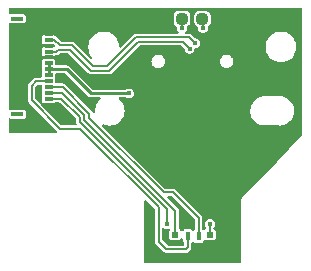
<source format=gbr>
%TF.GenerationSoftware,KiCad,Pcbnew,(6.0.8)*%
%TF.CreationDate,2022-10-30T13:45:45+01:00*%
%TF.ProjectId,001,3030312e-6b69-4636-9164-5f7063625858,rev?*%
%TF.SameCoordinates,Original*%
%TF.FileFunction,Copper,L1,Top*%
%TF.FilePolarity,Positive*%
%FSLAX46Y46*%
G04 Gerber Fmt 4.6, Leading zero omitted, Abs format (unit mm)*
G04 Created by KiCad (PCBNEW (6.0.8)) date 2022-10-30 13:45:45*
%MOMM*%
%LPD*%
G01*
G04 APERTURE LIST*
G04 Aperture macros list*
%AMRoundRect*
0 Rectangle with rounded corners*
0 $1 Rounding radius*
0 $2 $3 $4 $5 $6 $7 $8 $9 X,Y pos of 4 corners*
0 Add a 4 corners polygon primitive as box body*
4,1,4,$2,$3,$4,$5,$6,$7,$8,$9,$2,$3,0*
0 Add four circle primitives for the rounded corners*
1,1,$1+$1,$2,$3*
1,1,$1+$1,$4,$5*
1,1,$1+$1,$6,$7*
1,1,$1+$1,$8,$9*
0 Add four rect primitives between the rounded corners*
20,1,$1+$1,$2,$3,$4,$5,0*
20,1,$1+$1,$4,$5,$6,$7,0*
20,1,$1+$1,$6,$7,$8,$9,0*
20,1,$1+$1,$8,$9,$2,$3,0*%
G04 Aperture macros list end*
%TA.AperFunction,SMDPad,CuDef*%
%ADD10RoundRect,0.237500X0.250000X0.237500X-0.250000X0.237500X-0.250000X-0.237500X0.250000X-0.237500X0*%
%TD*%
%TA.AperFunction,SMDPad,CuDef*%
%ADD11RoundRect,0.237500X-0.250000X-0.237500X0.250000X-0.237500X0.250000X0.237500X-0.250000X0.237500X0*%
%TD*%
%TA.AperFunction,SMDPad,CuDef*%
%ADD12R,0.600000X0.500000*%
%TD*%
%TA.AperFunction,SMDPad,CuDef*%
%ADD13R,0.440000X0.750000*%
%TD*%
%TA.AperFunction,SMDPad,CuDef*%
%ADD14R,0.762000X0.355600*%
%TD*%
%TA.AperFunction,SMDPad,CuDef*%
%ADD15R,1.041400X0.355600*%
%TD*%
%TA.AperFunction,ComponentPad*%
%ADD16O,1.000000X2.100000*%
%TD*%
%TA.AperFunction,ComponentPad*%
%ADD17O,1.000000X1.600000*%
%TD*%
%TA.AperFunction,ViaPad*%
%ADD18C,0.400000*%
%TD*%
%TA.AperFunction,Conductor*%
%ADD19C,0.200000*%
%TD*%
%TA.AperFunction,Conductor*%
%ADD20C,0.250000*%
%TD*%
G04 APERTURE END LIST*
D10*
%TO.P,R2,1*%
%TO.N,GND*%
X122578500Y-54480000D03*
%TO.P,R2,2*%
%TO.N,Net-(J1-PadB5)*%
X120753500Y-54480000D03*
%TD*%
D11*
%TO.P,R1,1*%
%TO.N,GND*%
X117197500Y-54470900D03*
%TO.P,R1,2*%
%TO.N,Net-(J1-PadA5)*%
X119022500Y-54470900D03*
%TD*%
D12*
%TO.P,D1,1,RK*%
%TO.N,/R*%
X118450000Y-72745000D03*
D13*
%TO.P,D1,2,A*%
%TO.N,/Annode*%
X119520000Y-72870000D03*
%TO.P,D1,3,GK*%
%TO.N,/G*%
X120420000Y-72870000D03*
D12*
%TO.P,D1,4,BK*%
%TO.N,/B*%
X121370000Y-72745000D03*
%TD*%
D14*
%TO.P,J2,1,Pin_1*%
%TO.N,GND*%
X107721400Y-55243600D03*
%TO.P,J2,2,Pin_2*%
X107721400Y-55743599D03*
%TO.P,J2,3,Pin_3*%
%TO.N,/d+*%
X107721400Y-56243601D03*
%TO.P,J2,4,Pin_4*%
%TO.N,GND*%
X107721400Y-56743600D03*
%TO.P,J2,5,Pin_5*%
%TO.N,/d-*%
X107721400Y-57243599D03*
%TO.P,J2,6,Pin_6*%
%TO.N,GND*%
X107721400Y-57743600D03*
%TO.P,J2,7,Pin_7*%
%TO.N,VCC*%
X107721400Y-58243600D03*
%TO.P,J2,8,Pin_8*%
X107721400Y-58743601D03*
%TO.P,J2,9,Pin_9*%
X107721400Y-59243600D03*
%TO.P,J2,10,Pin_10*%
%TO.N,/Annode*%
X107721400Y-59743599D03*
%TO.P,J2,11,Pin_11*%
%TO.N,/G*%
X107721400Y-60243601D03*
%TO.P,J2,12,Pin_12*%
%TO.N,/R*%
X107721400Y-60743600D03*
%TO.P,J2,13,Pin_13*%
%TO.N,/B*%
X107721400Y-61243600D03*
%TO.P,J2,14,Pin_14*%
%TO.N,GND*%
X107711400Y-61743600D03*
D15*
%TO.P,J2,15,Pin_13*%
%TO.N,N/C*%
X105071400Y-54453599D03*
%TO.P,J2,16,Pin_14*%
X105071400Y-62543600D03*
%TD*%
D16*
%TO.P,J1,S1,SHIELD*%
%TO.N,GND*%
X115584900Y-58600900D03*
D17*
X124224900Y-54420900D03*
X115584900Y-54420900D03*
D16*
X124224900Y-58600900D03*
%TD*%
D18*
%TO.N,GND*%
X119761000Y-68961000D03*
X106680000Y-56515000D03*
X122047000Y-63754000D03*
X113538000Y-63881000D03*
X107420000Y-63560000D03*
X120015000Y-61087000D03*
X112268000Y-59944000D03*
X114046000Y-56388000D03*
X122047000Y-66675000D03*
X114427000Y-58674000D03*
X114554000Y-55753000D03*
X118821200Y-73456800D03*
X120904000Y-62738000D03*
X113665000Y-59436000D03*
X116459000Y-57277000D03*
X117094000Y-67437000D03*
X111379000Y-61341000D03*
X108585000Y-61772800D03*
X121031000Y-56642000D03*
X123825000Y-67183000D03*
X121920000Y-68326000D03*
X119380000Y-57785000D03*
X108762800Y-56057800D03*
X110744000Y-59436000D03*
X118110000Y-57277000D03*
X118618000Y-60960000D03*
X123571000Y-70739000D03*
X119430000Y-71080000D03*
X109093000Y-62865000D03*
X121158000Y-58039000D03*
X115443000Y-65786000D03*
X105110000Y-63460000D03*
X119888000Y-55499000D03*
X106832400Y-60629800D03*
X122428000Y-56769000D03*
X115062000Y-61595000D03*
X106807000Y-59055000D03*
X108686600Y-59359800D03*
X122047000Y-55499000D03*
X117221000Y-55499000D03*
X108661200Y-57708800D03*
X121666000Y-70739000D03*
X110820200Y-57073800D03*
X119253000Y-62230000D03*
X123825000Y-62865000D03*
X116967000Y-61976000D03*
X117620000Y-72850000D03*
%TO.N,Net-(J1-PadB5)*%
X120777000Y-55245000D03*
%TO.N,Net-(J1-PadA5)*%
X118999000Y-55245000D03*
%TO.N,/d-*%
X119658190Y-56998810D03*
%TO.N,/d+*%
X120117810Y-56539190D03*
%TO.N,VCC*%
X114546168Y-60779632D03*
%TO.N,/B*%
X121370000Y-71840000D03*
X117750000Y-71840000D03*
%TD*%
D19*
%TO.N,Net-(J1-PadB5)*%
X120777000Y-55245000D02*
X120777000Y-54444400D01*
X120777000Y-54444400D02*
X120753500Y-54420900D01*
D20*
X121004900Y-54433400D02*
X120992400Y-54420900D01*
D19*
%TO.N,Net-(J1-PadA5)*%
X118999000Y-55245000D02*
X118999000Y-54494400D01*
D20*
X118754900Y-54520900D02*
X118804900Y-54470900D01*
D19*
X118999000Y-54494400D02*
X119022500Y-54470900D01*
%TO.N,/d-*%
X108535408Y-57099200D02*
X109544522Y-57099200D01*
X107721400Y-57243599D02*
X108391009Y-57243599D01*
X115316078Y-56419000D02*
X119078380Y-56419000D01*
X111314915Y-58869592D02*
X112865486Y-58869592D01*
X112865486Y-58869592D02*
X115316078Y-56419000D01*
X109544522Y-57099200D02*
X111314915Y-58869592D01*
X108391009Y-57243599D02*
X108535408Y-57099200D01*
X119078380Y-56419000D02*
X119658190Y-56998810D01*
%TO.N,/d+*%
X111480600Y-58469592D02*
X112699800Y-58469592D01*
X112699800Y-58469592D02*
X115150392Y-56019000D01*
X109703808Y-56692800D02*
X111480600Y-58469592D01*
X108662408Y-56692800D02*
X109703808Y-56692800D01*
X108213209Y-56243601D02*
X108662408Y-56692800D01*
X115150392Y-56019000D02*
X119597620Y-56019000D01*
X107721400Y-56243601D02*
X108213209Y-56243601D01*
X119597620Y-56019000D02*
X120117810Y-56539190D01*
D20*
%TO.N,VCC*%
X109264201Y-58743601D02*
X111302800Y-60782200D01*
X111302800Y-60782200D02*
X114543600Y-60782200D01*
X114543600Y-60782200D02*
X114546168Y-60779632D01*
X107721400Y-58743601D02*
X109264201Y-58743601D01*
X107721400Y-58743601D02*
X107721400Y-58246400D01*
X107721400Y-58743601D02*
X107721400Y-59240799D01*
D19*
%TO.N,/B*%
X110344486Y-62796894D02*
X108791192Y-61243600D01*
X121370000Y-71840000D02*
X121370000Y-72745000D01*
X117750000Y-71840000D02*
X117750000Y-70575314D01*
X108791192Y-61243600D02*
X107721400Y-61243600D01*
X110344486Y-63169800D02*
X110344486Y-62796894D01*
X117750000Y-70575314D02*
X110344486Y-63169800D01*
%TO.N,/R*%
X108856878Y-60743600D02*
X110744486Y-62631208D01*
X118450000Y-70709628D02*
X118450000Y-72745000D01*
X110744486Y-62631208D02*
X110744486Y-63004114D01*
X110744486Y-63004114D02*
X118450000Y-70709628D01*
X107721400Y-60743600D02*
X108856878Y-60743600D01*
%TO.N,/G*%
X108922565Y-60243601D02*
X107721400Y-60243601D01*
X117472629Y-69166571D02*
X111186129Y-62880071D01*
X111186129Y-62880071D02*
X111186129Y-62507165D01*
X111186129Y-62507165D02*
X108922565Y-60243601D01*
X120420000Y-72870000D02*
X120420000Y-71334608D01*
X120420000Y-71334608D02*
X118251963Y-69166571D01*
X118251963Y-69166571D02*
X117472629Y-69166571D01*
%TO.N,/Annode*%
X110388400Y-63779400D02*
X117043200Y-70434200D01*
X117043200Y-73329800D02*
X117703600Y-73990200D01*
X106299000Y-60121800D02*
X106299000Y-61366400D01*
X106299000Y-61366400D02*
X108712000Y-63779400D01*
X119520000Y-73799400D02*
X119520000Y-72870000D01*
X106677201Y-59743599D02*
X106299000Y-60121800D01*
X117703600Y-73990200D02*
X119329200Y-73990200D01*
X107721400Y-59743599D02*
X106677201Y-59743599D01*
X119329200Y-73990200D02*
X119520000Y-73799400D01*
X117043200Y-70434200D02*
X117043200Y-73329800D01*
X108712000Y-63779400D02*
X110388400Y-63779400D01*
%TD*%
%TA.AperFunction,Conductor*%
%TO.N,GND*%
G36*
X129171691Y-53559407D02*
G01*
X129207655Y-53608907D01*
X129212500Y-53639500D01*
X129212500Y-64269093D01*
X129193593Y-64327284D01*
X129185148Y-64337413D01*
X127042107Y-66584837D01*
X124132584Y-69636075D01*
X124088600Y-69682201D01*
X124085444Y-69685086D01*
X124077976Y-69688672D01*
X124057507Y-69714267D01*
X124051857Y-69720733D01*
X124045297Y-69727613D01*
X124042455Y-69732383D01*
X124039090Y-69736814D01*
X124039087Y-69736812D01*
X124036559Y-69740460D01*
X124027806Y-69751406D01*
X124020844Y-69760112D01*
X124018346Y-69770974D01*
X124017003Y-69773753D01*
X124016049Y-69776701D01*
X124010341Y-69786280D01*
X124009352Y-69797386D01*
X124009352Y-69797387D01*
X124008111Y-69811331D01*
X124007357Y-69816079D01*
X124006755Y-69821383D01*
X124005500Y-69826839D01*
X124005500Y-69836248D01*
X124005110Y-69845028D01*
X124002228Y-69877395D01*
X124005197Y-69885288D01*
X124005500Y-69889757D01*
X124005500Y-75075000D01*
X123986593Y-75133191D01*
X123937093Y-75169155D01*
X123906500Y-75174000D01*
X115933000Y-75174000D01*
X115874809Y-75155093D01*
X115838845Y-75105593D01*
X115834000Y-75075000D01*
X115834000Y-69890230D01*
X115834261Y-69886578D01*
X115837056Y-69879313D01*
X115836490Y-69872361D01*
X115862152Y-69820150D01*
X115916262Y-69791589D01*
X115976826Y-69800289D01*
X116003161Y-69819133D01*
X116713704Y-70529676D01*
X116741481Y-70584193D01*
X116742700Y-70599680D01*
X116742700Y-73276292D01*
X116742397Y-73280417D01*
X116740775Y-73285142D01*
X116741118Y-73294276D01*
X116742630Y-73334561D01*
X116742700Y-73338274D01*
X116742700Y-73357748D01*
X116743525Y-73362178D01*
X116743861Y-73367371D01*
X116744974Y-73397008D01*
X116748580Y-73405402D01*
X116748581Y-73405405D01*
X116749517Y-73407583D01*
X116755883Y-73428534D01*
X116757991Y-73439853D01*
X116762788Y-73447635D01*
X116771968Y-73462528D01*
X116778651Y-73475395D01*
X116789164Y-73499863D01*
X116793178Y-73504749D01*
X116797542Y-73509113D01*
X116811813Y-73527168D01*
X116816732Y-73535148D01*
X116839969Y-73552818D01*
X116850039Y-73561610D01*
X117453280Y-74164851D01*
X117455980Y-74167980D01*
X117458175Y-74172469D01*
X117464878Y-74178687D01*
X117494422Y-74206093D01*
X117497098Y-74208669D01*
X117510877Y-74222448D01*
X117514587Y-74224993D01*
X117518500Y-74228429D01*
X117531205Y-74240214D01*
X117540246Y-74248601D01*
X117548732Y-74251987D01*
X117548734Y-74251988D01*
X117550937Y-74252867D01*
X117570248Y-74263178D01*
X117572207Y-74264522D01*
X117572210Y-74264523D01*
X117579746Y-74269693D01*
X117588638Y-74271803D01*
X117588640Y-74271804D01*
X117605666Y-74275844D01*
X117619485Y-74280214D01*
X117644222Y-74290083D01*
X117650515Y-74290700D01*
X117656685Y-74290700D01*
X117679541Y-74293375D01*
X117688666Y-74295540D01*
X117717588Y-74291604D01*
X117730937Y-74290700D01*
X119275692Y-74290700D01*
X119279817Y-74291003D01*
X119284542Y-74292625D01*
X119333961Y-74290770D01*
X119337674Y-74290700D01*
X119357148Y-74290700D01*
X119361578Y-74289875D01*
X119366771Y-74289539D01*
X119382802Y-74288937D01*
X119387275Y-74288769D01*
X119396408Y-74288426D01*
X119404802Y-74284820D01*
X119404805Y-74284819D01*
X119406983Y-74283883D01*
X119427934Y-74277517D01*
X119439253Y-74275409D01*
X119461929Y-74261432D01*
X119474796Y-74254748D01*
X119492842Y-74246995D01*
X119492843Y-74246994D01*
X119499263Y-74244236D01*
X119504149Y-74240222D01*
X119508513Y-74235858D01*
X119526568Y-74221587D01*
X119534548Y-74216668D01*
X119552218Y-74193431D01*
X119561010Y-74183361D01*
X119694651Y-74049720D01*
X119697780Y-74047020D01*
X119702269Y-74044825D01*
X119735893Y-74008578D01*
X119738469Y-74005902D01*
X119752248Y-73992123D01*
X119754793Y-73988413D01*
X119758229Y-73984500D01*
X119772185Y-73969455D01*
X119778401Y-73962754D01*
X119782666Y-73952064D01*
X119792980Y-73932748D01*
X119794321Y-73930793D01*
X119794322Y-73930790D01*
X119799492Y-73923254D01*
X119805641Y-73897341D01*
X119810014Y-73883516D01*
X119817294Y-73865268D01*
X119817294Y-73865266D01*
X119819883Y-73858778D01*
X119820500Y-73852485D01*
X119820500Y-73846316D01*
X119823175Y-73823457D01*
X119823230Y-73823227D01*
X119823230Y-73823225D01*
X119825340Y-73814334D01*
X119821404Y-73785412D01*
X119820500Y-73772063D01*
X119820500Y-73485267D01*
X119839407Y-73427076D01*
X119864498Y-73402952D01*
X119876442Y-73394971D01*
X119884552Y-73389552D01*
X119889971Y-73381442D01*
X119896863Y-73374550D01*
X119898584Y-73376271D01*
X119935733Y-73346985D01*
X119996871Y-73344582D01*
X120042571Y-73375116D01*
X120043137Y-73374550D01*
X120045983Y-73377396D01*
X120047746Y-73378574D01*
X120049299Y-73380712D01*
X120050029Y-73381442D01*
X120055448Y-73389552D01*
X120121769Y-73433867D01*
X120131332Y-73435769D01*
X120131334Y-73435770D01*
X120154005Y-73440279D01*
X120180252Y-73445500D01*
X120659748Y-73445500D01*
X120685995Y-73440279D01*
X120708666Y-73435770D01*
X120708668Y-73435769D01*
X120718231Y-73433867D01*
X120784552Y-73389552D01*
X120828867Y-73323231D01*
X120834627Y-73294276D01*
X120839551Y-73269521D01*
X120839552Y-73269512D01*
X120840500Y-73264748D01*
X120840500Y-73259880D01*
X120840733Y-73257513D01*
X120865252Y-73201455D01*
X120918038Y-73170515D01*
X120977143Y-73175750D01*
X120983663Y-73178451D01*
X120991769Y-73183867D01*
X121050252Y-73195500D01*
X121689748Y-73195500D01*
X121715995Y-73190279D01*
X121738666Y-73185770D01*
X121738668Y-73185769D01*
X121748231Y-73183867D01*
X121814552Y-73139552D01*
X121858867Y-73073231D01*
X121870500Y-73014748D01*
X121870500Y-72475252D01*
X121858867Y-72416769D01*
X121814552Y-72350448D01*
X121748231Y-72306133D01*
X121738667Y-72304231D01*
X121731614Y-72301309D01*
X121685088Y-72261572D01*
X121670500Y-72209845D01*
X121670500Y-72175186D01*
X121689407Y-72116995D01*
X121699496Y-72105182D01*
X121714433Y-72090245D01*
X121774905Y-71971562D01*
X121795742Y-71840000D01*
X121774905Y-71708438D01*
X121714433Y-71589755D01*
X121620245Y-71495567D01*
X121613308Y-71492032D01*
X121613306Y-71492031D01*
X121508502Y-71438631D01*
X121508501Y-71438631D01*
X121501562Y-71435095D01*
X121493869Y-71433876D01*
X121493867Y-71433876D01*
X121377697Y-71415477D01*
X121370000Y-71414258D01*
X121362303Y-71415477D01*
X121246133Y-71433876D01*
X121246131Y-71433876D01*
X121238438Y-71435095D01*
X121231499Y-71438631D01*
X121231498Y-71438631D01*
X121126694Y-71492031D01*
X121126692Y-71492032D01*
X121119755Y-71495567D01*
X121025567Y-71589755D01*
X120965095Y-71708438D01*
X120944258Y-71840000D01*
X120965095Y-71971562D01*
X121025567Y-72090245D01*
X121040504Y-72105182D01*
X121068281Y-72159699D01*
X121069500Y-72175186D01*
X121069500Y-72209845D01*
X121050593Y-72268036D01*
X121008386Y-72301309D01*
X121001333Y-72304231D01*
X120991769Y-72306133D01*
X120925448Y-72350448D01*
X120922501Y-72354858D01*
X120870487Y-72381360D01*
X120810055Y-72371789D01*
X120788204Y-72355914D01*
X120784552Y-72350448D01*
X120764498Y-72337048D01*
X120726619Y-72288997D01*
X120720500Y-72254733D01*
X120720500Y-71388116D01*
X120720803Y-71383991D01*
X120722425Y-71379266D01*
X120720570Y-71329846D01*
X120720500Y-71326133D01*
X120720500Y-71306660D01*
X120719675Y-71302230D01*
X120719338Y-71297025D01*
X120718569Y-71276534D01*
X120718226Y-71267399D01*
X120713681Y-71256820D01*
X120707317Y-71235871D01*
X120706884Y-71233544D01*
X120706882Y-71233539D01*
X120705209Y-71224555D01*
X120691232Y-71201879D01*
X120684548Y-71189012D01*
X120676795Y-71170966D01*
X120676794Y-71170965D01*
X120674036Y-71164545D01*
X120670022Y-71159659D01*
X120665658Y-71155295D01*
X120651387Y-71137240D01*
X120651264Y-71137041D01*
X120646468Y-71129260D01*
X120623231Y-71111590D01*
X120613161Y-71102798D01*
X118502283Y-68991920D01*
X118499583Y-68988791D01*
X118497388Y-68984302D01*
X118461141Y-68950678D01*
X118458465Y-68948102D01*
X118444686Y-68934323D01*
X118440976Y-68931778D01*
X118437063Y-68928342D01*
X118422018Y-68914386D01*
X118415317Y-68908170D01*
X118404627Y-68903905D01*
X118385311Y-68893591D01*
X118383356Y-68892250D01*
X118383353Y-68892249D01*
X118375817Y-68887079D01*
X118349904Y-68880930D01*
X118336079Y-68876557D01*
X118317831Y-68869277D01*
X118317829Y-68869277D01*
X118311341Y-68866688D01*
X118305048Y-68866071D01*
X118298879Y-68866071D01*
X118276020Y-68863396D01*
X118275790Y-68863341D01*
X118275788Y-68863341D01*
X118266897Y-68861231D01*
X118237976Y-68865167D01*
X118224626Y-68866071D01*
X117638109Y-68866071D01*
X117579918Y-68847164D01*
X117568105Y-68837075D01*
X112280955Y-63549926D01*
X112253178Y-63495409D01*
X112262749Y-63434977D01*
X112306014Y-63391712D01*
X112366446Y-63382141D01*
X112392793Y-63390196D01*
X112475570Y-63428795D01*
X112506266Y-63437020D01*
X112682746Y-63484308D01*
X112682748Y-63484308D01*
X112686923Y-63485427D01*
X112904900Y-63504497D01*
X113122877Y-63485427D01*
X113127052Y-63484308D01*
X113127054Y-63484308D01*
X113303534Y-63437020D01*
X113334230Y-63428795D01*
X113532539Y-63336322D01*
X113562425Y-63315396D01*
X113629340Y-63268541D01*
X113711777Y-63210818D01*
X113866498Y-63056097D01*
X113982975Y-62889750D01*
X113989520Y-62880403D01*
X113989521Y-62880401D01*
X113992002Y-62876858D01*
X114084475Y-62678550D01*
X114116981Y-62557237D01*
X114139988Y-62471374D01*
X114139988Y-62471372D01*
X114141107Y-62467197D01*
X114151113Y-62352821D01*
X124804380Y-62352821D01*
X124820001Y-62446432D01*
X124837817Y-62553195D01*
X124838491Y-62557237D01*
X124839819Y-62561105D01*
X124903263Y-62745912D01*
X124905782Y-62753250D01*
X125004418Y-62935514D01*
X125006932Y-62938744D01*
X125006934Y-62938747D01*
X125013269Y-62946886D01*
X125131709Y-63099057D01*
X125284182Y-63239418D01*
X125457678Y-63352769D01*
X125543006Y-63390197D01*
X125643723Y-63434376D01*
X125643727Y-63434377D01*
X125647465Y-63436017D01*
X125651427Y-63437020D01*
X125651426Y-63437020D01*
X125844070Y-63485804D01*
X125848366Y-63486892D01*
X125852441Y-63487230D01*
X125852443Y-63487230D01*
X126043589Y-63503069D01*
X126046731Y-63503380D01*
X126048720Y-63503609D01*
X126054182Y-63504875D01*
X126054900Y-63504876D01*
X126060352Y-63503632D01*
X126060355Y-63503632D01*
X126066634Y-63502200D01*
X126088652Y-63499720D01*
X127220619Y-63499720D01*
X127242974Y-63502277D01*
X127254182Y-63504875D01*
X127254900Y-63504876D01*
X127260346Y-63503634D01*
X127263008Y-63503336D01*
X127265840Y-63503060D01*
X127457350Y-63487191D01*
X127457351Y-63487191D01*
X127461428Y-63486853D01*
X127465571Y-63485804D01*
X127567494Y-63459993D01*
X127662322Y-63435979D01*
X127666060Y-63434339D01*
X127666064Y-63434338D01*
X127785061Y-63382141D01*
X127852103Y-63352734D01*
X128025593Y-63239387D01*
X128178061Y-63099030D01*
X128305348Y-62935492D01*
X128387009Y-62784596D01*
X128402033Y-62756834D01*
X128402034Y-62756832D01*
X128403981Y-62753234D01*
X128471270Y-62557227D01*
X128475205Y-62533649D01*
X128488587Y-62453453D01*
X128505380Y-62352818D01*
X128505380Y-62145582D01*
X128483059Y-62011819D01*
X128471943Y-61945205D01*
X128471942Y-61945203D01*
X128471270Y-61941173D01*
X128403981Y-61745166D01*
X128305348Y-61562908D01*
X128289895Y-61543053D01*
X128192751Y-61418244D01*
X128178061Y-61399370D01*
X128025593Y-61259013D01*
X127852103Y-61145666D01*
X127751200Y-61101406D01*
X127666064Y-61064062D01*
X127666060Y-61064061D01*
X127662322Y-61062421D01*
X127461428Y-61011547D01*
X127457351Y-61011209D01*
X127457350Y-61011209D01*
X127266212Y-60995371D01*
X127263069Y-60995060D01*
X127261080Y-60994831D01*
X127255618Y-60993565D01*
X127254900Y-60993564D01*
X127249448Y-60994808D01*
X127249445Y-60994808D01*
X127243166Y-60996240D01*
X127221148Y-60998720D01*
X126089181Y-60998720D01*
X126066826Y-60996163D01*
X126063409Y-60995371D01*
X126055618Y-60993565D01*
X126054900Y-60993564D01*
X126049458Y-60994806D01*
X126046712Y-60995073D01*
X125852444Y-61011170D01*
X125852443Y-61011170D01*
X125848366Y-61011508D01*
X125647465Y-61062383D01*
X125643727Y-61064023D01*
X125643723Y-61064024D01*
X125562762Y-61099537D01*
X125457678Y-61145631D01*
X125284182Y-61258982D01*
X125131709Y-61399343D01*
X125116998Y-61418244D01*
X125011410Y-61553903D01*
X125004418Y-61562886D01*
X124905782Y-61745150D01*
X124904454Y-61749019D01*
X124904452Y-61749023D01*
X124880124Y-61819890D01*
X124838491Y-61941163D01*
X124837819Y-61945193D01*
X124837818Y-61945195D01*
X124830895Y-61986684D01*
X124804380Y-62145579D01*
X124804380Y-62352821D01*
X114151113Y-62352821D01*
X114160177Y-62249220D01*
X114141107Y-62031243D01*
X114129168Y-61986684D01*
X114106931Y-61903697D01*
X114084475Y-61819890D01*
X113992002Y-61621582D01*
X113989437Y-61617918D01*
X113935822Y-61541349D01*
X113866498Y-61442343D01*
X113711777Y-61287622D01*
X113708233Y-61285141D01*
X113705136Y-61282542D01*
X113672710Y-61230655D01*
X113676975Y-61169619D01*
X113716301Y-61122746D01*
X113768768Y-61107700D01*
X114243304Y-61107700D01*
X114295603Y-61124692D01*
X114295923Y-61124065D01*
X114302858Y-61127599D01*
X114302860Y-61127600D01*
X114398061Y-61176107D01*
X114414606Y-61184537D01*
X114422299Y-61185756D01*
X114422301Y-61185756D01*
X114538471Y-61204155D01*
X114546168Y-61205374D01*
X114553865Y-61204155D01*
X114670035Y-61185756D01*
X114670037Y-61185756D01*
X114677730Y-61184537D01*
X114694275Y-61176107D01*
X114789474Y-61127601D01*
X114789476Y-61127600D01*
X114796413Y-61124065D01*
X114890601Y-61029877D01*
X114899961Y-61011508D01*
X114947537Y-60918134D01*
X114947537Y-60918133D01*
X114951073Y-60911194D01*
X114971910Y-60779632D01*
X114951073Y-60648070D01*
X114901568Y-60550910D01*
X114894137Y-60536326D01*
X114894136Y-60536324D01*
X114890601Y-60529387D01*
X114796413Y-60435199D01*
X114789476Y-60431664D01*
X114789474Y-60431663D01*
X114684670Y-60378263D01*
X114684669Y-60378263D01*
X114677730Y-60374727D01*
X114670037Y-60373508D01*
X114670035Y-60373508D01*
X114553865Y-60355109D01*
X114546168Y-60353890D01*
X114538471Y-60355109D01*
X114422301Y-60373508D01*
X114422299Y-60373508D01*
X114414606Y-60374727D01*
X114295923Y-60435199D01*
X114292801Y-60438321D01*
X114236235Y-60456700D01*
X111478635Y-60456700D01*
X111420444Y-60437793D01*
X111408631Y-60427704D01*
X109507470Y-58526544D01*
X109501635Y-58520176D01*
X109476656Y-58490407D01*
X109442993Y-58470972D01*
X109435712Y-58466333D01*
X109433257Y-58464614D01*
X109403885Y-58444047D01*
X109395517Y-58441805D01*
X109390230Y-58439339D01*
X109384745Y-58437343D01*
X109377246Y-58433013D01*
X109368720Y-58431510D01*
X109368718Y-58431509D01*
X109338985Y-58426267D01*
X109330550Y-58424397D01*
X109301375Y-58416579D01*
X109293008Y-58414337D01*
X109284379Y-58415092D01*
X109254296Y-58417724D01*
X109245667Y-58418101D01*
X108401900Y-58418101D01*
X108343709Y-58399194D01*
X108307745Y-58349694D01*
X108302900Y-58319101D01*
X108302900Y-58046052D01*
X108291267Y-57987569D01*
X108246952Y-57921248D01*
X108180631Y-57876933D01*
X108171068Y-57875031D01*
X108171066Y-57875030D01*
X108148395Y-57870521D01*
X108122148Y-57865300D01*
X107320652Y-57865300D01*
X107294405Y-57870521D01*
X107271734Y-57875030D01*
X107271732Y-57875031D01*
X107262169Y-57876933D01*
X107195848Y-57921248D01*
X107151533Y-57987569D01*
X107139900Y-58046052D01*
X107139900Y-58441148D01*
X107146492Y-58474289D01*
X107146492Y-58512911D01*
X107139900Y-58546053D01*
X107139900Y-58941149D01*
X107140848Y-58945913D01*
X107140848Y-58945917D01*
X107146491Y-58974289D01*
X107146491Y-59012913D01*
X107140848Y-59041284D01*
X107139900Y-59046052D01*
X107139900Y-59344099D01*
X107120993Y-59402290D01*
X107071493Y-59438254D01*
X107040900Y-59443099D01*
X106730709Y-59443099D01*
X106726584Y-59442796D01*
X106721859Y-59441174D01*
X106672440Y-59443029D01*
X106668727Y-59443099D01*
X106649253Y-59443099D01*
X106644823Y-59443924D01*
X106639630Y-59444260D01*
X106623599Y-59444862D01*
X106619126Y-59445030D01*
X106609993Y-59445373D01*
X106601599Y-59448979D01*
X106601596Y-59448980D01*
X106599418Y-59449916D01*
X106578467Y-59456282D01*
X106567148Y-59458390D01*
X106559365Y-59463187D01*
X106559366Y-59463187D01*
X106544473Y-59472367D01*
X106531605Y-59479051D01*
X106513559Y-59486804D01*
X106513558Y-59486805D01*
X106507138Y-59489563D01*
X106502252Y-59493577D01*
X106497888Y-59497941D01*
X106479833Y-59512212D01*
X106471853Y-59517131D01*
X106454183Y-59540368D01*
X106445391Y-59550438D01*
X106124349Y-59871480D01*
X106121220Y-59874180D01*
X106116731Y-59876375D01*
X106110513Y-59883078D01*
X106083107Y-59912622D01*
X106080531Y-59915298D01*
X106066752Y-59929077D01*
X106064207Y-59932787D01*
X106060771Y-59936700D01*
X106040599Y-59958446D01*
X106037212Y-59966934D01*
X106037212Y-59966935D01*
X106036334Y-59969136D01*
X106026020Y-59988452D01*
X106024679Y-59990407D01*
X106024678Y-59990410D01*
X106019508Y-59997946D01*
X106015563Y-60014572D01*
X106013359Y-60023858D01*
X106008986Y-60037684D01*
X106001706Y-60055932D01*
X105999117Y-60062422D01*
X105998500Y-60068715D01*
X105998500Y-60074884D01*
X105995825Y-60097743D01*
X105993660Y-60106866D01*
X105997596Y-60135787D01*
X105998500Y-60149137D01*
X105998500Y-61312892D01*
X105998197Y-61317017D01*
X105996575Y-61321742D01*
X105996918Y-61330876D01*
X105998430Y-61371161D01*
X105998500Y-61374874D01*
X105998500Y-61394348D01*
X105999325Y-61398778D01*
X105999661Y-61403971D01*
X106000774Y-61433608D01*
X106004380Y-61442002D01*
X106004381Y-61442005D01*
X106005317Y-61444183D01*
X106011683Y-61465134D01*
X106013791Y-61476453D01*
X106018588Y-61484235D01*
X106027768Y-61499128D01*
X106034451Y-61511995D01*
X106044964Y-61536463D01*
X106048978Y-61541349D01*
X106053342Y-61545713D01*
X106067613Y-61563768D01*
X106072532Y-61571748D01*
X106095769Y-61589418D01*
X106105839Y-61598210D01*
X108461684Y-63954056D01*
X108464381Y-63957181D01*
X108466575Y-63961669D01*
X108472735Y-63967383D01*
X108492115Y-64024956D01*
X108473823Y-64083343D01*
X108424705Y-64119827D01*
X108393121Y-64125000D01*
X104439500Y-64125000D01*
X104381309Y-64106093D01*
X104345345Y-64056593D01*
X104340500Y-64026000D01*
X104340500Y-63001709D01*
X104359407Y-62943518D01*
X104408907Y-62907554D01*
X104468409Y-62907554D01*
X104472469Y-62910267D01*
X104482027Y-62912168D01*
X104482029Y-62912169D01*
X104504552Y-62916649D01*
X104530952Y-62921900D01*
X105611848Y-62921900D01*
X105638095Y-62916679D01*
X105660766Y-62912170D01*
X105660768Y-62912169D01*
X105670331Y-62910267D01*
X105736652Y-62865952D01*
X105780967Y-62799631D01*
X105792600Y-62741148D01*
X105792600Y-62346052D01*
X105787351Y-62319662D01*
X105782870Y-62297134D01*
X105782869Y-62297132D01*
X105780967Y-62287569D01*
X105736652Y-62221248D01*
X105670331Y-62176933D01*
X105660768Y-62175031D01*
X105660766Y-62175030D01*
X105638095Y-62170521D01*
X105611848Y-62165300D01*
X104530952Y-62165300D01*
X104504552Y-62170551D01*
X104482029Y-62175031D01*
X104482027Y-62175032D01*
X104472469Y-62176933D01*
X104471775Y-62177396D01*
X104416388Y-62181755D01*
X104364219Y-62149786D01*
X104340805Y-62093258D01*
X104340500Y-62085491D01*
X104340500Y-57441147D01*
X107139900Y-57441147D01*
X107144206Y-57462794D01*
X107149470Y-57489257D01*
X107151533Y-57499630D01*
X107195848Y-57565951D01*
X107262169Y-57610266D01*
X107271732Y-57612168D01*
X107271734Y-57612169D01*
X107294405Y-57616678D01*
X107320652Y-57621899D01*
X108122148Y-57621899D01*
X108148395Y-57616678D01*
X108171066Y-57612169D01*
X108171068Y-57612168D01*
X108180631Y-57610266D01*
X108246952Y-57565951D01*
X108248015Y-57567542D01*
X108291634Y-57545318D01*
X108307121Y-57544099D01*
X108337501Y-57544099D01*
X108341626Y-57544402D01*
X108346351Y-57546024D01*
X108395770Y-57544169D01*
X108399483Y-57544099D01*
X108418957Y-57544099D01*
X108423387Y-57543274D01*
X108428580Y-57542938D01*
X108444611Y-57542336D01*
X108449084Y-57542168D01*
X108458217Y-57541825D01*
X108466611Y-57538219D01*
X108466614Y-57538218D01*
X108468792Y-57537282D01*
X108489743Y-57530916D01*
X108501062Y-57528808D01*
X108523738Y-57514831D01*
X108536605Y-57508147D01*
X108554651Y-57500394D01*
X108554652Y-57500393D01*
X108561072Y-57497635D01*
X108565958Y-57493621D01*
X108570322Y-57489257D01*
X108588377Y-57474986D01*
X108596357Y-57470067D01*
X108614027Y-57446830D01*
X108622819Y-57436760D01*
X108630883Y-57428696D01*
X108685400Y-57400919D01*
X108700887Y-57399700D01*
X109379043Y-57399700D01*
X109437234Y-57418607D01*
X109449047Y-57428696D01*
X111064595Y-59044243D01*
X111067295Y-59047372D01*
X111069490Y-59051861D01*
X111076193Y-59058079D01*
X111105737Y-59085485D01*
X111108413Y-59088061D01*
X111122192Y-59101840D01*
X111125902Y-59104385D01*
X111129815Y-59107821D01*
X111151561Y-59127993D01*
X111160049Y-59131380D01*
X111160050Y-59131380D01*
X111162251Y-59132258D01*
X111181567Y-59142572D01*
X111183522Y-59143913D01*
X111183525Y-59143914D01*
X111191061Y-59149084D01*
X111216973Y-59155233D01*
X111230799Y-59159606D01*
X111249047Y-59166886D01*
X111249049Y-59166886D01*
X111255537Y-59169475D01*
X111261830Y-59170092D01*
X111267999Y-59170092D01*
X111290858Y-59172767D01*
X111291088Y-59172822D01*
X111291090Y-59172822D01*
X111299981Y-59174932D01*
X111328903Y-59170996D01*
X111342252Y-59170092D01*
X112811978Y-59170092D01*
X112816103Y-59170395D01*
X112820828Y-59172017D01*
X112870247Y-59170162D01*
X112873960Y-59170092D01*
X112893434Y-59170092D01*
X112897864Y-59169267D01*
X112903057Y-59168931D01*
X112919088Y-59168329D01*
X112923561Y-59168161D01*
X112932694Y-59167818D01*
X112941088Y-59164212D01*
X112941091Y-59164211D01*
X112943269Y-59163275D01*
X112964220Y-59156909D01*
X112975539Y-59154801D01*
X112998215Y-59140824D01*
X113011082Y-59134140D01*
X113029128Y-59126387D01*
X113029129Y-59126386D01*
X113035549Y-59123628D01*
X113040435Y-59119614D01*
X113044799Y-59115250D01*
X113062854Y-59100979D01*
X113070834Y-59096060D01*
X113088504Y-59072823D01*
X113097296Y-59062753D01*
X114089149Y-58070900D01*
X116434434Y-58070900D01*
X116454213Y-58221136D01*
X116456697Y-58227133D01*
X116509719Y-58355140D01*
X116509721Y-58355144D01*
X116512202Y-58361133D01*
X116516148Y-58366275D01*
X116516150Y-58366279D01*
X116569871Y-58436288D01*
X116604449Y-58481351D01*
X116609598Y-58485302D01*
X116719521Y-58569650D01*
X116719525Y-58569652D01*
X116724667Y-58573598D01*
X116730656Y-58576079D01*
X116730660Y-58576081D01*
X116858667Y-58629103D01*
X116864664Y-58631587D01*
X116977180Y-58646400D01*
X117052620Y-58646400D01*
X117165136Y-58631587D01*
X117171133Y-58629103D01*
X117299140Y-58576081D01*
X117299144Y-58576079D01*
X117305133Y-58573598D01*
X117310275Y-58569652D01*
X117310279Y-58569650D01*
X117420202Y-58485302D01*
X117425351Y-58481351D01*
X117459929Y-58436288D01*
X117513650Y-58366279D01*
X117513652Y-58366275D01*
X117517598Y-58361133D01*
X117520079Y-58355144D01*
X117520081Y-58355140D01*
X117573103Y-58227133D01*
X117575587Y-58221136D01*
X117595366Y-58070900D01*
X122214434Y-58070900D01*
X122234213Y-58221136D01*
X122236697Y-58227133D01*
X122289719Y-58355140D01*
X122289721Y-58355144D01*
X122292202Y-58361133D01*
X122296148Y-58366275D01*
X122296150Y-58366279D01*
X122349871Y-58436288D01*
X122384449Y-58481351D01*
X122389598Y-58485302D01*
X122499521Y-58569650D01*
X122499525Y-58569652D01*
X122504667Y-58573598D01*
X122510656Y-58576079D01*
X122510660Y-58576081D01*
X122638667Y-58629103D01*
X122644664Y-58631587D01*
X122757180Y-58646400D01*
X122832620Y-58646400D01*
X122945136Y-58631587D01*
X122951133Y-58629103D01*
X123079140Y-58576081D01*
X123079144Y-58576079D01*
X123085133Y-58573598D01*
X123090275Y-58569652D01*
X123090279Y-58569650D01*
X123200202Y-58485302D01*
X123205351Y-58481351D01*
X123239929Y-58436288D01*
X123293650Y-58366279D01*
X123293652Y-58366275D01*
X123297598Y-58361133D01*
X123300079Y-58355144D01*
X123300081Y-58355140D01*
X123353103Y-58227133D01*
X123355587Y-58221136D01*
X123375366Y-58070900D01*
X123355587Y-57920664D01*
X123353103Y-57914667D01*
X123300081Y-57786660D01*
X123300079Y-57786656D01*
X123297598Y-57780667D01*
X123293652Y-57775525D01*
X123293650Y-57775521D01*
X123209302Y-57665598D01*
X123205351Y-57660449D01*
X123155112Y-57621899D01*
X123090279Y-57572150D01*
X123090275Y-57572148D01*
X123085133Y-57568202D01*
X123079144Y-57565721D01*
X123079140Y-57565719D01*
X122951133Y-57512697D01*
X122945136Y-57510213D01*
X122832620Y-57495400D01*
X122757180Y-57495400D01*
X122644664Y-57510213D01*
X122638667Y-57512697D01*
X122510660Y-57565719D01*
X122510656Y-57565721D01*
X122504667Y-57568202D01*
X122499525Y-57572148D01*
X122499521Y-57572150D01*
X122434688Y-57621899D01*
X122384449Y-57660449D01*
X122380498Y-57665598D01*
X122296150Y-57775521D01*
X122296148Y-57775525D01*
X122292202Y-57780667D01*
X122289721Y-57786656D01*
X122289719Y-57786660D01*
X122236697Y-57914667D01*
X122234213Y-57920664D01*
X122214434Y-58070900D01*
X117595366Y-58070900D01*
X117575587Y-57920664D01*
X117573103Y-57914667D01*
X117520081Y-57786660D01*
X117520079Y-57786656D01*
X117517598Y-57780667D01*
X117513652Y-57775525D01*
X117513650Y-57775521D01*
X117429302Y-57665598D01*
X117425351Y-57660449D01*
X117375112Y-57621899D01*
X117310279Y-57572150D01*
X117310275Y-57572148D01*
X117305133Y-57568202D01*
X117299144Y-57565721D01*
X117299140Y-57565719D01*
X117171133Y-57512697D01*
X117165136Y-57510213D01*
X117052620Y-57495400D01*
X116977180Y-57495400D01*
X116864664Y-57510213D01*
X116858667Y-57512697D01*
X116730660Y-57565719D01*
X116730656Y-57565721D01*
X116724667Y-57568202D01*
X116719525Y-57572148D01*
X116719521Y-57572150D01*
X116654688Y-57621899D01*
X116604449Y-57660449D01*
X116600498Y-57665598D01*
X116516150Y-57775521D01*
X116516148Y-57775525D01*
X116512202Y-57780667D01*
X116509721Y-57786656D01*
X116509719Y-57786660D01*
X116456697Y-57914667D01*
X116454213Y-57920664D01*
X116434434Y-58070900D01*
X114089149Y-58070900D01*
X115411553Y-56748496D01*
X115466070Y-56720719D01*
X115481557Y-56719500D01*
X118912901Y-56719500D01*
X118971092Y-56738407D01*
X118982905Y-56748496D01*
X119209558Y-56975149D01*
X119237335Y-57029666D01*
X119244660Y-57075912D01*
X119253285Y-57130372D01*
X119313757Y-57249055D01*
X119407945Y-57343243D01*
X119414882Y-57346778D01*
X119414884Y-57346779D01*
X119476028Y-57377933D01*
X119526628Y-57403715D01*
X119534321Y-57404934D01*
X119534323Y-57404934D01*
X119650493Y-57423333D01*
X119658190Y-57424552D01*
X119665887Y-57423333D01*
X119782057Y-57404934D01*
X119782059Y-57404934D01*
X119789752Y-57403715D01*
X119840352Y-57377933D01*
X119901496Y-57346779D01*
X119901498Y-57346778D01*
X119908435Y-57343243D01*
X120002623Y-57249055D01*
X120063095Y-57130372D01*
X120077312Y-57040607D01*
X120105089Y-56986090D01*
X120159607Y-56958312D01*
X120206077Y-56950952D01*
X120241676Y-56945314D01*
X120241677Y-56945314D01*
X120249372Y-56944095D01*
X120294214Y-56921247D01*
X120361116Y-56887159D01*
X120361118Y-56887158D01*
X120368055Y-56883623D01*
X120402458Y-56849220D01*
X126096652Y-56849220D01*
X126116485Y-57075912D01*
X126117604Y-57080087D01*
X126117604Y-57080089D01*
X126131077Y-57130372D01*
X126175381Y-57295716D01*
X126271552Y-57501954D01*
X126274033Y-57505497D01*
X126274034Y-57505499D01*
X126386136Y-57665598D01*
X126402073Y-57688359D01*
X126562981Y-57849267D01*
X126566519Y-57851744D01*
X126566521Y-57851746D01*
X126701427Y-57946207D01*
X126749386Y-57979788D01*
X126955624Y-58075959D01*
X126960756Y-58077334D01*
X127171251Y-58133736D01*
X127171253Y-58133736D01*
X127175428Y-58134855D01*
X127402120Y-58154688D01*
X127628812Y-58134855D01*
X127632987Y-58133736D01*
X127632989Y-58133736D01*
X127843484Y-58077334D01*
X127848616Y-58075959D01*
X128054854Y-57979788D01*
X128102813Y-57946207D01*
X128237719Y-57851746D01*
X128237721Y-57851744D01*
X128241259Y-57849267D01*
X128402167Y-57688359D01*
X128418105Y-57665598D01*
X128530206Y-57505499D01*
X128530207Y-57505497D01*
X128532688Y-57501954D01*
X128628859Y-57295716D01*
X128673163Y-57130372D01*
X128686636Y-57080089D01*
X128686636Y-57080087D01*
X128687755Y-57075912D01*
X128707588Y-56849220D01*
X128687755Y-56622528D01*
X128676211Y-56579443D01*
X128633440Y-56419820D01*
X128628859Y-56402724D01*
X128532688Y-56196486D01*
X128530206Y-56192941D01*
X128404646Y-56013621D01*
X128404644Y-56013619D01*
X128402167Y-56010081D01*
X128241259Y-55849173D01*
X128234376Y-55844353D01*
X128058399Y-55721134D01*
X128058397Y-55721133D01*
X128054854Y-55718652D01*
X127848616Y-55622481D01*
X127725279Y-55589433D01*
X127632989Y-55564704D01*
X127632987Y-55564704D01*
X127628812Y-55563585D01*
X127402120Y-55543752D01*
X127175428Y-55563585D01*
X127171253Y-55564704D01*
X127171251Y-55564704D01*
X127078961Y-55589433D01*
X126955624Y-55622481D01*
X126749386Y-55718652D01*
X126745843Y-55721133D01*
X126745841Y-55721134D01*
X126569865Y-55844353D01*
X126562981Y-55849173D01*
X126402073Y-56010081D01*
X126399596Y-56013619D01*
X126399594Y-56013621D01*
X126274034Y-56192941D01*
X126271552Y-56196486D01*
X126175381Y-56402724D01*
X126170800Y-56419820D01*
X126128030Y-56579443D01*
X126116485Y-56622528D01*
X126096652Y-56849220D01*
X120402458Y-56849220D01*
X120462243Y-56789435D01*
X120483103Y-56748496D01*
X120519179Y-56677692D01*
X120519179Y-56677691D01*
X120522715Y-56670752D01*
X120531015Y-56618351D01*
X120542333Y-56546887D01*
X120543552Y-56539190D01*
X120542333Y-56531493D01*
X120523934Y-56415323D01*
X120523934Y-56415321D01*
X120522715Y-56407628D01*
X120519179Y-56400688D01*
X120465779Y-56295884D01*
X120465778Y-56295882D01*
X120462243Y-56288945D01*
X120368055Y-56194757D01*
X120361118Y-56191222D01*
X120361116Y-56191221D01*
X120256312Y-56137821D01*
X120256311Y-56137821D01*
X120249372Y-56134285D01*
X120241679Y-56133066D01*
X120241677Y-56133066D01*
X120148666Y-56118335D01*
X120094150Y-56090558D01*
X119847944Y-55844353D01*
X119845239Y-55841220D01*
X119843045Y-55836731D01*
X119806798Y-55803107D01*
X119804122Y-55800531D01*
X119790343Y-55786752D01*
X119786633Y-55784207D01*
X119782720Y-55780771D01*
X119767675Y-55766815D01*
X119760974Y-55760599D01*
X119750284Y-55756334D01*
X119730968Y-55746020D01*
X119729013Y-55744679D01*
X119729010Y-55744678D01*
X119721474Y-55739508D01*
X119695561Y-55733359D01*
X119681736Y-55728986D01*
X119663488Y-55721706D01*
X119663486Y-55721706D01*
X119656998Y-55719117D01*
X119650705Y-55718500D01*
X119644536Y-55718500D01*
X119621677Y-55715825D01*
X119621447Y-55715770D01*
X119621445Y-55715770D01*
X119612554Y-55713660D01*
X119584794Y-55717438D01*
X119583633Y-55717596D01*
X119570283Y-55718500D01*
X119359186Y-55718500D01*
X119300995Y-55699593D01*
X119265031Y-55650093D01*
X119265031Y-55588907D01*
X119289182Y-55549496D01*
X119343433Y-55495245D01*
X119403905Y-55376562D01*
X119424742Y-55245000D01*
X119418676Y-55206698D01*
X119428248Y-55146266D01*
X119470128Y-55103721D01*
X119472789Y-55102312D01*
X119479768Y-55099861D01*
X119585711Y-55021611D01*
X119663961Y-54915668D01*
X119707601Y-54791400D01*
X119708549Y-54781370D01*
X119710282Y-54763044D01*
X119710282Y-54763034D01*
X119710500Y-54760733D01*
X119710499Y-54190167D01*
X120065500Y-54190167D01*
X120065501Y-54769832D01*
X120068399Y-54800500D01*
X120070395Y-54806184D01*
X120070396Y-54806188D01*
X120087017Y-54853517D01*
X120112039Y-54924768D01*
X120190289Y-55030711D01*
X120196245Y-55035110D01*
X120290277Y-55104563D01*
X120290279Y-55104564D01*
X120296232Y-55108961D01*
X120303216Y-55111414D01*
X120304539Y-55112114D01*
X120347119Y-55156053D01*
X120355995Y-55215093D01*
X120351258Y-55245000D01*
X120372095Y-55376562D01*
X120432567Y-55495245D01*
X120526755Y-55589433D01*
X120533692Y-55592968D01*
X120533694Y-55592969D01*
X120589421Y-55621363D01*
X120645438Y-55649905D01*
X120653131Y-55651124D01*
X120653133Y-55651124D01*
X120769303Y-55669523D01*
X120777000Y-55670742D01*
X120784697Y-55669523D01*
X120900867Y-55651124D01*
X120900869Y-55651124D01*
X120908562Y-55649905D01*
X120964579Y-55621363D01*
X121020306Y-55592969D01*
X121020308Y-55592968D01*
X121027245Y-55589433D01*
X121121433Y-55495245D01*
X121181905Y-55376562D01*
X121202742Y-55245000D01*
X121193700Y-55187908D01*
X121203272Y-55127476D01*
X121232663Y-55092789D01*
X121316711Y-55030711D01*
X121394961Y-54924768D01*
X121438601Y-54800500D01*
X121439169Y-54794494D01*
X121441282Y-54772144D01*
X121441282Y-54772134D01*
X121441500Y-54769833D01*
X121441499Y-54190168D01*
X121438601Y-54159500D01*
X121436603Y-54153809D01*
X121397413Y-54042214D01*
X121394961Y-54035232D01*
X121316711Y-53929289D01*
X121210768Y-53851039D01*
X121086500Y-53807399D01*
X121080496Y-53806831D01*
X121080494Y-53806831D01*
X121058144Y-53804718D01*
X121058134Y-53804718D01*
X121055833Y-53804500D01*
X120753630Y-53804500D01*
X120451168Y-53804501D01*
X120420500Y-53807399D01*
X120414816Y-53809395D01*
X120414812Y-53809396D01*
X120309621Y-53846337D01*
X120296232Y-53851039D01*
X120190289Y-53929289D01*
X120112039Y-54035232D01*
X120068399Y-54159500D01*
X120067832Y-54165503D01*
X120067831Y-54165506D01*
X120065719Y-54187852D01*
X120065500Y-54190167D01*
X119710499Y-54190167D01*
X119710499Y-54181068D01*
X119707601Y-54150400D01*
X119705603Y-54144709D01*
X119666413Y-54033114D01*
X119663961Y-54026132D01*
X119585711Y-53920189D01*
X119479768Y-53841939D01*
X119355500Y-53798299D01*
X119349496Y-53797731D01*
X119349494Y-53797731D01*
X119327144Y-53795618D01*
X119327134Y-53795618D01*
X119324833Y-53795400D01*
X119022630Y-53795400D01*
X118720168Y-53795401D01*
X118689500Y-53798299D01*
X118683816Y-53800295D01*
X118683812Y-53800296D01*
X118572214Y-53839487D01*
X118565232Y-53841939D01*
X118459289Y-53920189D01*
X118381039Y-54026132D01*
X118337399Y-54150400D01*
X118336832Y-54156403D01*
X118336831Y-54156406D01*
X118334719Y-54178752D01*
X118334500Y-54181067D01*
X118334501Y-54760732D01*
X118337399Y-54791400D01*
X118339395Y-54797084D01*
X118339396Y-54797088D01*
X118342592Y-54806188D01*
X118381039Y-54915668D01*
X118459289Y-55021611D01*
X118544627Y-55084642D01*
X118580201Y-55134422D01*
X118583590Y-55179761D01*
X118582300Y-55187908D01*
X118573258Y-55245000D01*
X118594095Y-55376562D01*
X118654567Y-55495245D01*
X118708818Y-55549496D01*
X118736595Y-55604013D01*
X118727024Y-55664445D01*
X118683759Y-55707710D01*
X118638814Y-55718500D01*
X115203900Y-55718500D01*
X115199775Y-55718197D01*
X115195050Y-55716575D01*
X115145630Y-55718430D01*
X115141917Y-55718500D01*
X115122444Y-55718500D01*
X115118014Y-55719325D01*
X115112821Y-55719661D01*
X115093690Y-55720379D01*
X115092318Y-55720431D01*
X115083183Y-55720774D01*
X115074786Y-55724382D01*
X115074785Y-55724382D01*
X115072604Y-55725319D01*
X115051655Y-55731683D01*
X115049328Y-55732116D01*
X115049323Y-55732118D01*
X115040339Y-55733791D01*
X115020500Y-55746020D01*
X115017664Y-55747768D01*
X115004796Y-55754452D01*
X114986750Y-55762205D01*
X114986749Y-55762206D01*
X114980329Y-55764964D01*
X114975443Y-55768978D01*
X114971079Y-55773342D01*
X114953024Y-55787613D01*
X114945044Y-55792532D01*
X114927374Y-55815769D01*
X114918582Y-55825839D01*
X113872805Y-56871616D01*
X113818288Y-56899393D01*
X113757856Y-56889822D01*
X113714591Y-56846557D01*
X113704178Y-56810241D01*
X113688132Y-56626838D01*
X113687755Y-56622528D01*
X113676211Y-56579443D01*
X113633440Y-56419820D01*
X113628859Y-56402724D01*
X113532688Y-56196486D01*
X113530206Y-56192941D01*
X113404646Y-56013621D01*
X113404644Y-56013619D01*
X113402167Y-56010081D01*
X113241259Y-55849173D01*
X113234376Y-55844353D01*
X113058399Y-55721134D01*
X113058397Y-55721133D01*
X113054854Y-55718652D01*
X112848616Y-55622481D01*
X112725279Y-55589433D01*
X112632989Y-55564704D01*
X112632987Y-55564704D01*
X112628812Y-55563585D01*
X112402120Y-55543752D01*
X112175428Y-55563585D01*
X112171253Y-55564704D01*
X112171251Y-55564704D01*
X112078961Y-55589433D01*
X111955624Y-55622481D01*
X111749386Y-55718652D01*
X111745843Y-55721133D01*
X111745841Y-55721134D01*
X111569865Y-55844353D01*
X111562981Y-55849173D01*
X111402073Y-56010081D01*
X111399596Y-56013619D01*
X111399594Y-56013621D01*
X111274034Y-56192941D01*
X111271552Y-56196486D01*
X111175381Y-56402724D01*
X111170800Y-56419820D01*
X111128030Y-56579443D01*
X111116485Y-56622528D01*
X111096652Y-56849220D01*
X111116485Y-57075912D01*
X111117604Y-57080087D01*
X111117604Y-57080089D01*
X111131077Y-57130372D01*
X111175381Y-57295716D01*
X111271552Y-57501954D01*
X111274033Y-57505497D01*
X111274034Y-57505499D01*
X111401716Y-57687849D01*
X111419605Y-57746361D01*
X111399685Y-57804213D01*
X111349564Y-57839307D01*
X111288388Y-57838239D01*
X111250616Y-57814637D01*
X109954128Y-56518149D01*
X109951428Y-56515020D01*
X109949233Y-56510531D01*
X109912986Y-56476907D01*
X109910310Y-56474331D01*
X109896531Y-56460552D01*
X109892821Y-56458007D01*
X109888908Y-56454571D01*
X109873863Y-56440615D01*
X109867162Y-56434399D01*
X109856472Y-56430134D01*
X109837156Y-56419820D01*
X109835201Y-56418479D01*
X109835198Y-56418478D01*
X109827662Y-56413308D01*
X109801749Y-56407159D01*
X109787924Y-56402786D01*
X109769676Y-56395506D01*
X109769674Y-56395506D01*
X109763186Y-56392917D01*
X109756893Y-56392300D01*
X109750724Y-56392300D01*
X109727865Y-56389625D01*
X109727635Y-56389570D01*
X109727633Y-56389570D01*
X109718742Y-56387460D01*
X109689821Y-56391396D01*
X109676471Y-56392300D01*
X108827887Y-56392300D01*
X108769696Y-56373393D01*
X108757883Y-56363304D01*
X108463529Y-56068950D01*
X108460829Y-56065821D01*
X108458634Y-56061332D01*
X108422387Y-56027708D01*
X108419711Y-56025132D01*
X108405932Y-56011353D01*
X108402222Y-56008808D01*
X108398309Y-56005372D01*
X108383264Y-55991416D01*
X108376563Y-55985200D01*
X108365873Y-55980935D01*
X108346557Y-55970621D01*
X108344602Y-55969280D01*
X108344599Y-55969279D01*
X108337063Y-55964109D01*
X108311150Y-55957960D01*
X108297327Y-55953588D01*
X108281763Y-55947379D01*
X108250771Y-55926964D01*
X108246952Y-55921249D01*
X108180631Y-55876934D01*
X108171068Y-55875032D01*
X108171066Y-55875031D01*
X108148395Y-55870522D01*
X108122148Y-55865301D01*
X107320652Y-55865301D01*
X107294405Y-55870522D01*
X107271734Y-55875031D01*
X107271732Y-55875032D01*
X107262169Y-55876934D01*
X107195848Y-55921249D01*
X107151533Y-55987570D01*
X107139900Y-56046053D01*
X107139900Y-56441149D01*
X107151533Y-56499632D01*
X107195848Y-56565953D01*
X107262169Y-56610268D01*
X107271732Y-56612170D01*
X107271734Y-56612171D01*
X107294405Y-56616680D01*
X107320652Y-56621901D01*
X108122148Y-56621901D01*
X108122148Y-56623525D01*
X108175298Y-56635193D01*
X108195227Y-56650590D01*
X108250625Y-56705989D01*
X108278401Y-56760503D01*
X108268830Y-56820935D01*
X108225565Y-56864200D01*
X108161306Y-56873088D01*
X108122148Y-56865299D01*
X107320652Y-56865299D01*
X107294405Y-56870520D01*
X107271734Y-56875029D01*
X107271732Y-56875030D01*
X107262169Y-56876932D01*
X107195848Y-56921247D01*
X107151533Y-56987568D01*
X107149631Y-56997131D01*
X107149630Y-56997133D01*
X107145121Y-57019804D01*
X107139900Y-57046051D01*
X107139900Y-57441147D01*
X104340500Y-57441147D01*
X104340500Y-54911708D01*
X104359407Y-54853517D01*
X104408907Y-54817553D01*
X104468409Y-54817553D01*
X104472469Y-54820266D01*
X104482027Y-54822167D01*
X104482029Y-54822168D01*
X104504552Y-54826648D01*
X104530952Y-54831899D01*
X105611848Y-54831899D01*
X105638095Y-54826678D01*
X105660766Y-54822169D01*
X105660768Y-54822168D01*
X105670331Y-54820266D01*
X105736652Y-54775951D01*
X105780967Y-54709630D01*
X105792600Y-54651147D01*
X105792600Y-54256051D01*
X105780967Y-54197568D01*
X105736652Y-54131247D01*
X105670331Y-54086932D01*
X105660768Y-54085030D01*
X105660766Y-54085029D01*
X105638095Y-54080520D01*
X105611848Y-54075299D01*
X104530952Y-54075299D01*
X104504552Y-54080550D01*
X104482029Y-54085030D01*
X104482027Y-54085031D01*
X104472469Y-54086932D01*
X104471775Y-54087395D01*
X104416388Y-54091754D01*
X104364219Y-54059785D01*
X104340805Y-54003257D01*
X104340500Y-53995490D01*
X104340500Y-53639500D01*
X104359407Y-53581309D01*
X104408907Y-53545345D01*
X104439500Y-53540500D01*
X129113500Y-53540500D01*
X129171691Y-53559407D01*
G37*
%TD.AperFunction*%
%TA.AperFunction,Conductor*%
G36*
X117497186Y-72181864D02*
G01*
X117499755Y-72184433D01*
X117618438Y-72244905D01*
X117626131Y-72246124D01*
X117626133Y-72246124D01*
X117742303Y-72264523D01*
X117750000Y-72265742D01*
X117757697Y-72264523D01*
X117875432Y-72245876D01*
X117935864Y-72255448D01*
X117979129Y-72298712D01*
X117988700Y-72359144D01*
X117973234Y-72398659D01*
X117961133Y-72416769D01*
X117949500Y-72475252D01*
X117949500Y-73014748D01*
X117961133Y-73073231D01*
X118005448Y-73139552D01*
X118071769Y-73183867D01*
X118081332Y-73185769D01*
X118081334Y-73185770D01*
X118104005Y-73190279D01*
X118130252Y-73195500D01*
X118769748Y-73195500D01*
X118795995Y-73190279D01*
X118818666Y-73185770D01*
X118818668Y-73185769D01*
X118828231Y-73183867D01*
X118894552Y-73139552D01*
X118918185Y-73104183D01*
X118966235Y-73066304D01*
X119027373Y-73063902D01*
X119078247Y-73097895D01*
X119099500Y-73159185D01*
X119099500Y-73264748D01*
X119111133Y-73323231D01*
X119155448Y-73389552D01*
X119163558Y-73394971D01*
X119175502Y-73402952D01*
X119213381Y-73451003D01*
X119219500Y-73485267D01*
X119219500Y-73590700D01*
X119200593Y-73648891D01*
X119151093Y-73684855D01*
X119120500Y-73689700D01*
X117869079Y-73689700D01*
X117810888Y-73670793D01*
X117799076Y-73660704D01*
X117372697Y-73234326D01*
X117344919Y-73179809D01*
X117343700Y-73164322D01*
X117343700Y-72263845D01*
X117362607Y-72205654D01*
X117412107Y-72169690D01*
X117473293Y-72169690D01*
X117497186Y-72181864D01*
G37*
%TD.AperFunction*%
%TA.AperFunction,Conductor*%
G36*
X118144675Y-69485978D02*
G01*
X118156488Y-69496067D01*
X120090504Y-71430084D01*
X120118281Y-71484601D01*
X120119500Y-71500088D01*
X120119500Y-72254733D01*
X120100593Y-72312924D01*
X120075502Y-72337048D01*
X120055448Y-72350448D01*
X120050029Y-72358558D01*
X120043137Y-72365450D01*
X120041416Y-72363729D01*
X120004267Y-72393015D01*
X119943129Y-72395418D01*
X119897429Y-72364884D01*
X119896863Y-72365450D01*
X119894017Y-72362604D01*
X119892254Y-72361426D01*
X119890701Y-72359288D01*
X119889971Y-72358558D01*
X119884552Y-72350448D01*
X119818231Y-72306133D01*
X119808668Y-72304231D01*
X119808666Y-72304230D01*
X119780923Y-72298712D01*
X119759748Y-72294500D01*
X119280252Y-72294500D01*
X119259077Y-72298712D01*
X119231334Y-72304230D01*
X119231332Y-72304231D01*
X119221769Y-72306133D01*
X119155448Y-72350448D01*
X119116222Y-72409153D01*
X119116221Y-72409154D01*
X119111535Y-72416167D01*
X119111133Y-72416769D01*
X119110232Y-72416167D01*
X119076726Y-72455396D01*
X119017231Y-72469679D01*
X118960703Y-72446263D01*
X118939142Y-72416585D01*
X118938867Y-72416769D01*
X118934193Y-72409773D01*
X118934185Y-72409762D01*
X118894552Y-72350448D01*
X118828231Y-72306133D01*
X118818667Y-72304231D01*
X118811614Y-72301309D01*
X118765088Y-72261572D01*
X118750500Y-72209845D01*
X118750500Y-70763136D01*
X118750803Y-70759011D01*
X118752425Y-70754286D01*
X118750570Y-70704866D01*
X118750500Y-70701153D01*
X118750500Y-70681680D01*
X118749675Y-70677250D01*
X118749338Y-70672045D01*
X118748569Y-70651554D01*
X118748226Y-70642419D01*
X118743681Y-70631840D01*
X118737317Y-70610891D01*
X118736884Y-70608564D01*
X118736882Y-70608559D01*
X118735209Y-70599575D01*
X118721232Y-70576899D01*
X118714548Y-70564032D01*
X118706795Y-70545986D01*
X118706794Y-70545985D01*
X118704036Y-70539565D01*
X118700022Y-70534679D01*
X118695658Y-70530315D01*
X118681387Y-70512260D01*
X118681264Y-70512061D01*
X118676468Y-70504280D01*
X118653231Y-70486610D01*
X118643161Y-70477818D01*
X117801418Y-69636075D01*
X117773641Y-69581558D01*
X117783212Y-69521126D01*
X117826477Y-69477861D01*
X117871422Y-69467071D01*
X118086484Y-69467071D01*
X118144675Y-69485978D01*
G37*
%TD.AperFunction*%
%TA.AperFunction,Conductor*%
G36*
X107099091Y-60063006D02*
G01*
X107135055Y-60112506D01*
X107139900Y-60143099D01*
X107139900Y-60441149D01*
X107140848Y-60445913D01*
X107140848Y-60445917D01*
X107146491Y-60474288D01*
X107146491Y-60512912D01*
X107140848Y-60541284D01*
X107139900Y-60546052D01*
X107139900Y-60941148D01*
X107146492Y-60974289D01*
X107146492Y-61012911D01*
X107139900Y-61046052D01*
X107139900Y-61441148D01*
X107140848Y-61445912D01*
X107148471Y-61484235D01*
X107151533Y-61499631D01*
X107176144Y-61536463D01*
X107185779Y-61550883D01*
X107190629Y-61568081D01*
X107210917Y-61576021D01*
X107262169Y-61610267D01*
X107271732Y-61612169D01*
X107271734Y-61612170D01*
X107294405Y-61616679D01*
X107320652Y-61621900D01*
X108122148Y-61621900D01*
X108148395Y-61616679D01*
X108171066Y-61612170D01*
X108171068Y-61612169D01*
X108180631Y-61610267D01*
X108246952Y-61565952D01*
X108248015Y-61567543D01*
X108291634Y-61545319D01*
X108307121Y-61544100D01*
X108625713Y-61544100D01*
X108683904Y-61563007D01*
X108695717Y-61573096D01*
X110014990Y-62892369D01*
X110042767Y-62946886D01*
X110043986Y-62962373D01*
X110043986Y-63116292D01*
X110043683Y-63120417D01*
X110042061Y-63125142D01*
X110042404Y-63134276D01*
X110043916Y-63174561D01*
X110043986Y-63178274D01*
X110043986Y-63197748D01*
X110044811Y-63202178D01*
X110045147Y-63207371D01*
X110046260Y-63237008D01*
X110049866Y-63245402D01*
X110049867Y-63245405D01*
X110050803Y-63247583D01*
X110057169Y-63268534D01*
X110059277Y-63279853D01*
X110064074Y-63287635D01*
X110073254Y-63302528D01*
X110079938Y-63315396D01*
X110090450Y-63339863D01*
X110087641Y-63341070D01*
X110098740Y-63388002D01*
X110075134Y-63444450D01*
X110022857Y-63476242D01*
X110000072Y-63478900D01*
X108877479Y-63478900D01*
X108819288Y-63459993D01*
X108807475Y-63449904D01*
X107085911Y-61728340D01*
X107070876Y-61698832D01*
X107069199Y-61698766D01*
X107033460Y-61675889D01*
X106628496Y-61270925D01*
X106600719Y-61216408D01*
X106599500Y-61200921D01*
X106599500Y-60287279D01*
X106618407Y-60229088D01*
X106628496Y-60217275D01*
X106772676Y-60073095D01*
X106827193Y-60045318D01*
X106842680Y-60044099D01*
X107040900Y-60044099D01*
X107099091Y-60063006D01*
G37*
%TD.AperFunction*%
%TA.AperFunction,Conductor*%
G36*
X109146558Y-59088008D02*
G01*
X109158371Y-59098097D01*
X110115387Y-60055114D01*
X111059542Y-60999269D01*
X111065365Y-61005624D01*
X111090345Y-61035394D01*
X111124019Y-61054836D01*
X111131275Y-61059459D01*
X111163116Y-61081754D01*
X111171478Y-61083995D01*
X111176760Y-61086458D01*
X111182254Y-61088457D01*
X111189755Y-61092788D01*
X111228028Y-61099537D01*
X111236456Y-61101406D01*
X111265627Y-61109222D01*
X111265630Y-61109222D01*
X111273993Y-61111463D01*
X111312696Y-61108077D01*
X111321325Y-61107700D01*
X112041032Y-61107700D01*
X112099223Y-61126607D01*
X112135187Y-61176107D01*
X112135187Y-61237293D01*
X112104664Y-61282542D01*
X112101566Y-61285141D01*
X112098023Y-61287622D01*
X111943302Y-61442343D01*
X111873978Y-61541349D01*
X111820364Y-61617918D01*
X111817798Y-61621582D01*
X111725325Y-61819890D01*
X111702869Y-61903697D01*
X111680633Y-61986684D01*
X111668693Y-62031243D01*
X111649623Y-62249220D01*
X111658095Y-62346052D01*
X111658149Y-62346674D01*
X111644386Y-62406291D01*
X111598208Y-62446432D01*
X111537256Y-62451765D01*
X111484810Y-62420252D01*
X111471544Y-62398217D01*
X111471338Y-62397112D01*
X111457361Y-62374436D01*
X111450677Y-62361569D01*
X111442924Y-62343523D01*
X111442923Y-62343522D01*
X111440165Y-62337102D01*
X111436151Y-62332216D01*
X111431787Y-62327852D01*
X111417516Y-62309797D01*
X111417393Y-62309598D01*
X111412597Y-62301817D01*
X111389360Y-62284147D01*
X111379290Y-62275355D01*
X109172885Y-60068950D01*
X109170185Y-60065821D01*
X109167990Y-60061332D01*
X109131743Y-60027708D01*
X109129067Y-60025132D01*
X109115288Y-60011353D01*
X109111578Y-60008808D01*
X109107665Y-60005372D01*
X109092620Y-59991416D01*
X109085919Y-59985200D01*
X109075229Y-59980935D01*
X109055913Y-59970621D01*
X109053958Y-59969280D01*
X109053955Y-59969279D01*
X109046419Y-59964109D01*
X109020506Y-59957960D01*
X109006681Y-59953587D01*
X108988433Y-59946307D01*
X108988431Y-59946307D01*
X108981943Y-59943718D01*
X108975650Y-59943101D01*
X108969481Y-59943101D01*
X108946622Y-59940426D01*
X108946392Y-59940371D01*
X108946390Y-59940371D01*
X108937499Y-59938261D01*
X108908578Y-59942197D01*
X108895228Y-59943101D01*
X108401900Y-59943101D01*
X108343709Y-59924194D01*
X108307745Y-59874694D01*
X108302900Y-59844101D01*
X108302900Y-59546051D01*
X108301768Y-59540358D01*
X108296309Y-59512912D01*
X108296309Y-59474288D01*
X108301952Y-59445916D01*
X108301952Y-59445912D01*
X108302900Y-59441148D01*
X108302900Y-59168101D01*
X108321807Y-59109910D01*
X108371307Y-59073946D01*
X108401900Y-59069101D01*
X109088367Y-59069101D01*
X109146558Y-59088008D01*
G37*
%TD.AperFunction*%
%TD*%
M02*

</source>
